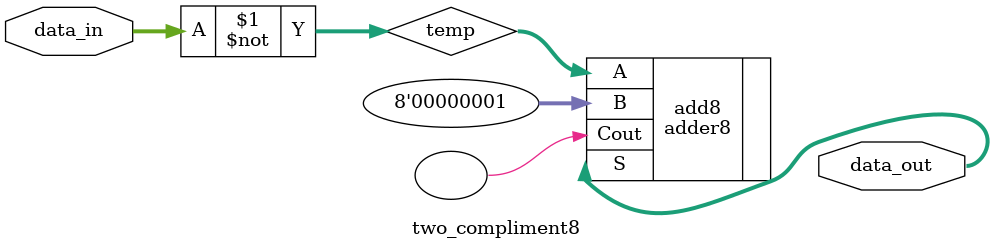
<source format=v>
module two_compliment25(data_in,data_out);
	input	[24:0]data_in;
	output	[24:0]data_out;

	wire	[24:0]temp;

//Not 
	assign temp = ~data_in;
//add 1
	adder25  add25(.A(temp),.B(25'b1),.S(data_out),.Cout());
endmodule

////////////////////////////////////////////////////////////////////////////////
module two_compliment10(data_in,data_out);
	input	[9:0]data_in;
	output	[9:0]data_out;

	wire	[9:0]temp;

//Not 
	assign temp = ~data_in;
//add 1
	adder10  add10(.A(temp),.B(10'b1),.S(data_out),.Cout());
endmodule

///////////////////////////////////////////////////////////////////////////////
module two_compliment9(data_in,data_out);
	input	[8:0]data_in;
	output	[8:0]data_out;

	wire	[8:0]temp;

//Not 
	assign temp = ~data_in;
//add 1
	adder9 add9(.A(temp),.B(9'b1),.S(data_out),.Cout());
endmodule

/////////////////////////////////////////////////////////////////////////////////
module two_compliment8(data_in,data_out);
	input	[7:0]data_in;
	output	[7:0]data_out;

	wire	[7:0]temp;

//Not 
	assign temp = ~data_in;
//add 1
	adder8 add8(.A(temp),.B(8'b1),.S(data_out),.Cout());
endmodule

</source>
